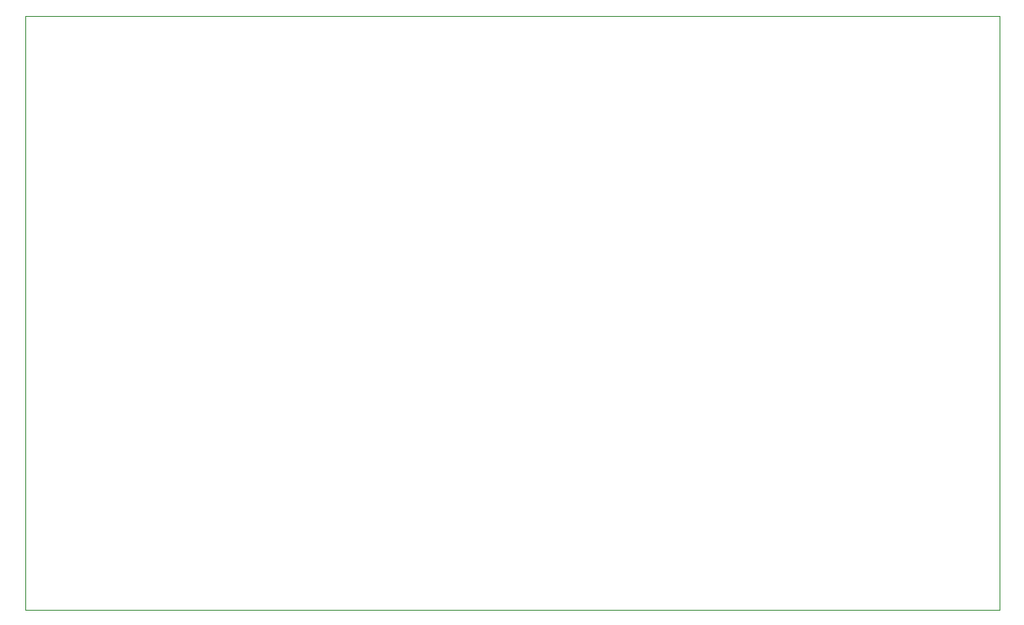
<source format=gko>
G04 DipTrace 4.3.0.5*
G04 Gerber_BoardOutline.GKO*
%MOIN*%
G04 #@! TF.FileFunction,Profile*
G04 #@! TF.Part,Single*
%ADD10C,0.004724*%
%FSLAX26Y26*%
G04*
G70*
G90*
G75*
G01*
G04 BoardOutline*
%LPD*%
X393700Y2743700D2*
D10*
X4243700D1*
Y393700D1*
X393700D1*
Y2743700D1*
M02*

</source>
